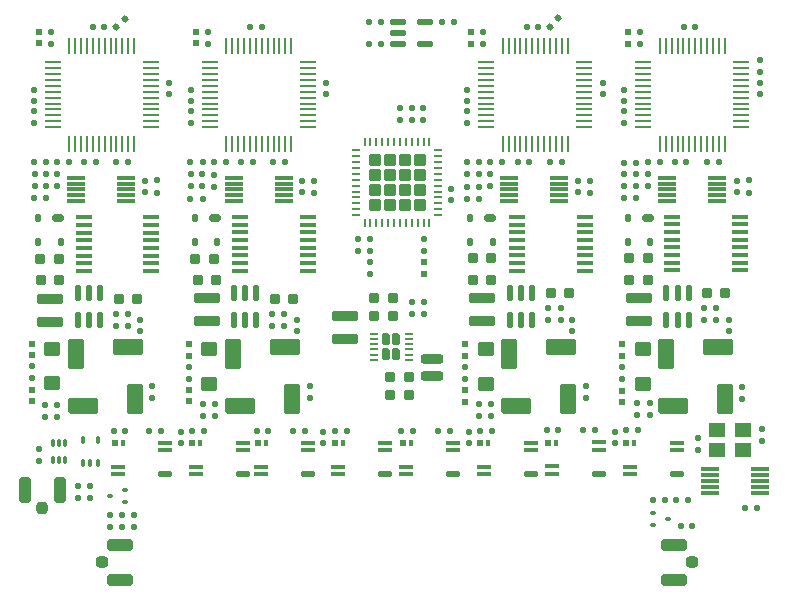
<source format=gtp>
%TF.GenerationSoftware,KiCad,Pcbnew,9.0.0*%
%TF.CreationDate,2025-04-07T15:36:10+02:00*%
%TF.ProjectId,AES42HAT,41455334-3248-4415-942e-6b696361645f,rev?*%
%TF.SameCoordinates,PX5f5e100PY5f5e100*%
%TF.FileFunction,Paste,Top*%
%TF.FilePolarity,Positive*%
%FSLAX46Y46*%
G04 Gerber Fmt 4.6, Leading zero omitted, Abs format (unit mm)*
G04 Created by KiCad (PCBNEW 9.0.0) date 2025-04-07 15:36:10*
%MOMM*%
%LPD*%
G01*
G04 APERTURE LIST*
G04 Aperture macros list*
%AMRoundRect*
0 Rectangle with rounded corners*
0 $1 Rounding radius*
0 $2 $3 $4 $5 $6 $7 $8 $9 X,Y pos of 4 corners*
0 Add a 4 corners polygon primitive as box body*
4,1,4,$2,$3,$4,$5,$6,$7,$8,$9,$2,$3,0*
0 Add four circle primitives for the rounded corners*
1,1,$1+$1,$2,$3*
1,1,$1+$1,$4,$5*
1,1,$1+$1,$6,$7*
1,1,$1+$1,$8,$9*
0 Add four rect primitives between the rounded corners*
20,1,$1+$1,$2,$3,$4,$5,0*
20,1,$1+$1,$4,$5,$6,$7,0*
20,1,$1+$1,$6,$7,$8,$9,0*
20,1,$1+$1,$8,$9,$2,$3,0*%
%AMFreePoly0*
4,1,21,0.477466,1.268166,0.563863,1.230017,0.630017,1.163863,0.668166,1.077466,0.675000,1.018558,0.675000,-1.018558,0.668166,-1.077466,0.630017,-1.163863,0.563863,-1.230017,0.477466,-1.268166,0.418559,-1.275000,-0.418559,-1.275000,-0.477466,-1.268166,-0.563863,-1.230017,-0.630017,-1.163863,-0.668166,-1.077466,-0.675000,-1.018558,-0.675000,1.079644,-0.479644,1.275000,0.418559,1.275000,
0.477466,1.268166,0.477466,1.268166,$1*%
G04 Aperture macros list end*
%ADD10RoundRect,0.122500X0.172500X-0.122500X0.172500X0.122500X-0.172500X0.122500X-0.172500X-0.122500X0*%
%ADD11RoundRect,0.036000X-0.539000X-0.144000X0.539000X-0.144000X0.539000X0.144000X-0.539000X0.144000X0*%
%ADD12RoundRect,0.045000X-0.530000X-0.180000X0.530000X-0.180000X0.530000X0.180000X-0.530000X0.180000X0*%
%ADD13RoundRect,0.040000X-0.160000X-0.185000X0.160000X-0.185000X0.160000X0.185000X-0.160000X0.185000X0*%
%ADD14RoundRect,0.045000X-0.230000X-0.180000X0.230000X-0.180000X0.230000X0.180000X-0.230000X0.180000X0*%
%ADD15RoundRect,0.122500X-0.172500X0.122500X-0.172500X-0.122500X0.172500X-0.122500X0.172500X0.122500X0*%
%ADD16RoundRect,0.127500X0.157500X-0.127500X0.157500X0.127500X-0.157500X0.127500X-0.157500X-0.127500X0*%
%ADD17RoundRect,0.188235X0.936765X-0.211765X0.936765X0.211765X-0.936765X0.211765X-0.936765X-0.211765X0*%
%ADD18RoundRect,0.127500X0.127500X0.157500X-0.127500X0.157500X-0.127500X-0.157500X0.127500X-0.157500X0*%
%ADD19RoundRect,0.135000X-0.160000X0.135000X-0.160000X-0.135000X0.160000X-0.135000X0.160000X0.135000X0*%
%ADD20RoundRect,0.127500X-0.157500X0.127500X-0.157500X-0.127500X0.157500X-0.127500X0.157500X0.127500X0*%
%ADD21RoundRect,0.122500X0.122500X0.172500X-0.122500X0.172500X-0.122500X-0.172500X0.122500X-0.172500X0*%
%ADD22RoundRect,0.212500X0.212500X0.237500X-0.212500X0.237500X-0.212500X-0.237500X0.212500X-0.237500X0*%
%ADD23RoundRect,0.127500X-0.127500X-0.157500X0.127500X-0.157500X0.127500X0.157500X-0.127500X0.157500X0*%
%ADD24RoundRect,0.087500X-0.625000X-0.087500X0.625000X-0.087500X0.625000X0.087500X-0.625000X0.087500X0*%
%ADD25RoundRect,0.122500X-0.122500X-0.172500X0.122500X-0.172500X0.122500X0.172500X-0.122500X0.172500X0*%
%ADD26RoundRect,0.075000X-0.712500X-0.075000X0.712500X-0.075000X0.712500X0.075000X-0.712500X0.075000X0*%
%ADD27RoundRect,0.087500X0.142500X0.087500X-0.142500X0.087500X-0.142500X-0.087500X0.142500X-0.087500X0*%
%ADD28RoundRect,0.212500X-0.212500X-0.237500X0.212500X-0.237500X0.212500X0.237500X-0.212500X0.237500X0*%
%ADD29RoundRect,0.135000X0.160000X-0.135000X0.160000X0.135000X-0.160000X0.135000X-0.160000X-0.135000X0*%
%ADD30FreePoly0,90.000000*%
%ADD31RoundRect,0.192857X0.482143X-1.082143X0.482143X1.082143X-0.482143X1.082143X-0.482143X-1.082143X0*%
%ADD32RoundRect,0.192857X1.082143X-0.482143X1.082143X0.482143X-1.082143X0.482143X-1.082143X-0.482143X0*%
%ADD33RoundRect,0.237500X0.237500X-0.262500X0.237500X0.262500X-0.237500X0.262500X-0.237500X-0.262500X0*%
%ADD34RoundRect,0.238095X0.261905X-0.836905X0.261905X0.836905X-0.261905X0.836905X-0.261905X-0.836905X0*%
%ADD35RoundRect,0.122500X0.035355X-0.208597X0.208597X-0.035355X-0.035355X0.208597X-0.208597X0.035355X0*%
%ADD36RoundRect,0.240385X-0.434615X0.384615X-0.434615X-0.384615X0.434615X-0.384615X0.434615X0.384615X0*%
%ADD37RoundRect,0.172500X0.172500X0.332500X-0.172500X0.332500X-0.172500X-0.332500X0.172500X-0.332500X0*%
%ADD38RoundRect,0.037500X0.337500X0.037500X-0.337500X0.037500X-0.337500X-0.037500X0.337500X-0.037500X0*%
%ADD39RoundRect,0.137500X0.137500X-0.500000X0.137500X0.500000X-0.137500X0.500000X-0.137500X-0.500000X0*%
%ADD40RoundRect,0.188235X-0.936765X0.211765X-0.936765X-0.211765X0.936765X-0.211765X0.936765X0.211765X0*%
%ADD41RoundRect,0.162500X-0.312500X0.162500X-0.312500X-0.162500X0.312500X-0.162500X0.312500X0.162500X0*%
%ADD42RoundRect,0.137500X-0.137500X0.187500X-0.137500X-0.187500X0.137500X-0.187500X0.137500X0.187500X0*%
%ADD43RoundRect,0.062500X-0.650000X-0.062500X0.650000X-0.062500X0.650000X0.062500X-0.650000X0.062500X0*%
%ADD44RoundRect,0.062500X-0.062500X-0.650000X0.062500X-0.650000X0.062500X0.650000X-0.062500X0.650000X0*%
%ADD45RoundRect,0.072500X0.072500X-0.252500X0.072500X0.252500X-0.072500X0.252500X-0.072500X-0.252500X0*%
%ADD46RoundRect,0.137500X-0.500000X-0.137500X0.500000X-0.137500X0.500000X0.137500X-0.500000X0.137500X0*%
%ADD47R,1.350000X1.150000*%
%ADD48RoundRect,0.087500X0.087500X-0.212500X0.087500X0.212500X-0.087500X0.212500X-0.087500X-0.212500X0*%
%ADD49RoundRect,0.237500X0.262500X0.237500X-0.262500X0.237500X-0.262500X-0.237500X0.262500X-0.237500X0*%
%ADD50RoundRect,0.238095X0.836905X0.261905X-0.836905X0.261905X-0.836905X-0.261905X0.836905X-0.261905X0*%
%ADD51RoundRect,0.087500X-0.142500X-0.087500X0.142500X-0.087500X0.142500X0.087500X-0.142500X0.087500X0*%
%ADD52RoundRect,0.188235X-0.736765X0.211765X-0.736765X-0.211765X0.736765X-0.211765X0.736765X0.211765X0*%
%ADD53RoundRect,0.250000X-0.265000X0.265000X-0.265000X-0.265000X0.265000X-0.265000X0.265000X0.265000X0*%
%ADD54RoundRect,0.050000X-0.050000X0.325000X-0.050000X-0.325000X0.050000X-0.325000X0.050000X0.325000X0*%
%ADD55RoundRect,0.050000X-0.325000X0.050000X-0.325000X-0.050000X0.325000X-0.050000X0.325000X0.050000X0*%
%ADD56RoundRect,0.075000X0.712500X0.075000X-0.712500X0.075000X-0.712500X-0.075000X0.712500X-0.075000X0*%
%ADD57RoundRect,0.237500X-0.262500X-0.237500X0.262500X-0.237500X0.262500X0.237500X-0.262500X0.237500X0*%
%ADD58RoundRect,0.238095X-0.836905X-0.261905X0.836905X-0.261905X0.836905X0.261905X-0.836905X0.261905X0*%
G04 APERTURE END LIST*
D10*
%TO.C,R89*%
X-20325000Y-18259999D03*
X-20325000Y-17240001D03*
%TD*%
D11*
%TO.C,T3*%
X-11490000Y-42125000D03*
D12*
X-7510000Y-42080000D03*
D11*
X-11490000Y-41475000D03*
X-7510000Y-40075000D03*
D13*
X-11100000Y-39470000D03*
D14*
X-11800000Y-39470000D03*
D11*
X-7510000Y-39425000D03*
%TD*%
D15*
%TO.C,R92*%
X-3275000Y-22165001D03*
X-3275000Y-23184999D03*
%TD*%
D16*
%TO.C,C31*%
X-6225000Y-39455000D03*
X-6225000Y-38495000D03*
%TD*%
D15*
%TO.C,R51*%
X27050000Y-28015001D03*
X27050000Y-29034999D03*
%TD*%
D17*
%TO.C,L3*%
X-4375000Y-30650000D03*
X-4375000Y-28700000D03*
%TD*%
D15*
%TO.C,R54*%
X19050000Y-33040001D03*
X19050000Y-34059999D03*
%TD*%
%TO.C,R4*%
X1250000Y-11140001D03*
X1250000Y-12159999D03*
%TD*%
D10*
%TO.C,R91*%
X2250000Y-23210000D03*
X2250000Y-22190000D03*
%TD*%
D18*
%TO.C,C22*%
X11180000Y-15675000D03*
X10220000Y-15675000D03*
%TD*%
D19*
%TO.C,D53*%
X19050000Y-31090000D03*
X19050000Y-32060000D03*
%TD*%
D20*
%TO.C,C59*%
X28775000Y-17270000D03*
X28775000Y-18230000D03*
%TD*%
%TO.C,C25*%
X17400000Y-8995000D03*
X17400000Y-9955000D03*
%TD*%
D21*
%TO.C,R41*%
X-16315000Y-38430000D03*
X-17335000Y-38430000D03*
%TD*%
D10*
%TO.C,R59*%
X29800000Y-18259999D03*
X29800000Y-17240001D03*
%TD*%
D22*
%TO.C,C71*%
X-15325000Y-25625000D03*
X-16875000Y-25625000D03*
%TD*%
D23*
%TO.C,C93*%
X24020000Y-46475000D03*
X24980000Y-46475000D03*
%TD*%
%TO.C,C75*%
X-17455000Y-16725000D03*
X-16495000Y-16725000D03*
%TD*%
D15*
%TO.C,R8*%
X1275000Y-27525000D03*
X1275000Y-28545000D03*
%TD*%
D24*
%TO.C,U50*%
X23300000Y-20300000D03*
X23300000Y-20950000D03*
X23300000Y-21600000D03*
X23300000Y-22250000D03*
X23300000Y-22900000D03*
X23300000Y-23550000D03*
X23300000Y-24200000D03*
X23300000Y-24850000D03*
X29025000Y-24850000D03*
X29025000Y-24200000D03*
X29025000Y-23550000D03*
X29025000Y-22900000D03*
X29025000Y-22250000D03*
X29025000Y-21600000D03*
X29025000Y-20950000D03*
X29025000Y-20300000D03*
%TD*%
D15*
%TO.C,R71*%
X-9550000Y-28515001D03*
X-9550000Y-29534999D03*
%TD*%
D25*
%TO.C,R2*%
X-2335000Y-3800000D03*
X-1315000Y-3800000D03*
%TD*%
D26*
%TO.C,U53*%
X22837500Y-17000000D03*
X22837500Y-17500000D03*
X22837500Y-18000000D03*
X22837500Y-18500000D03*
X22837500Y-19000000D03*
X27062500Y-19000000D03*
X27062500Y-18500000D03*
X27062500Y-18000000D03*
X27062500Y-17500000D03*
X27062500Y-17000000D03*
%TD*%
D15*
%TO.C,R67*%
X7900000Y-16715001D03*
X7900000Y-17734999D03*
%TD*%
%TO.C,R12*%
X20600000Y-4665001D03*
X20600000Y-5684999D03*
%TD*%
D20*
%TO.C,C92*%
X30875000Y-38320000D03*
X30875000Y-39280000D03*
%TD*%
D10*
%TO.C,R70*%
X-7400000Y-35684999D03*
X-7400000Y-34665001D03*
%TD*%
D23*
%TO.C,C55*%
X19245000Y-16725000D03*
X20205000Y-16725000D03*
%TD*%
D21*
%TO.C,R21*%
X8060000Y-38425000D03*
X7040000Y-38425000D03*
%TD*%
D24*
%TO.C,U80*%
X-26512500Y-20350000D03*
X-26512500Y-21000000D03*
X-26512500Y-21650000D03*
X-26512500Y-22300000D03*
X-26512500Y-22950000D03*
X-26512500Y-23600000D03*
X-26512500Y-24250000D03*
X-26512500Y-24900000D03*
X-20787500Y-24900000D03*
X-20787500Y-24250000D03*
X-20787500Y-23600000D03*
X-20787500Y-22950000D03*
X-20787500Y-22300000D03*
X-20787500Y-21650000D03*
X-20787500Y-21000000D03*
X-20787500Y-20350000D03*
%TD*%
D11*
%TO.C,T2*%
X785000Y-42125000D03*
D12*
X4765000Y-42080000D03*
D11*
X785000Y-41475000D03*
X4765000Y-40075000D03*
D13*
X1175000Y-39470000D03*
D14*
X475000Y-39470000D03*
D11*
X4765000Y-39425000D03*
%TD*%
D10*
%TO.C,R80*%
X-20775000Y-35684999D03*
X-20775000Y-34665001D03*
%TD*%
D15*
%TO.C,R83*%
X-28750000Y-36240000D03*
X-28750000Y-37260000D03*
%TD*%
%TO.C,R98*%
X-25975000Y-43080001D03*
X-25975000Y-44099999D03*
%TD*%
D20*
%TO.C,C24*%
X5950000Y-11395000D03*
X5950000Y-12355000D03*
%TD*%
D27*
%TO.C,D93*%
X21680001Y-45400000D03*
X21680001Y-46400000D03*
X22970000Y-45900000D03*
%TD*%
D20*
%TO.C,C70*%
X-8500000Y-29020000D03*
X-8500000Y-29980000D03*
%TD*%
D22*
%TO.C,C53*%
X21225000Y-23825000D03*
X19675000Y-23825000D03*
%TD*%
D20*
%TO.C,C44*%
X-19325000Y-8995000D03*
X-19325000Y-9955000D03*
%TD*%
D28*
%TO.C,C72*%
X-10325000Y-27250000D03*
X-8775000Y-27250000D03*
%TD*%
D29*
%TO.C,D42*%
X-30325000Y-5635000D03*
X-30325000Y-4665000D03*
%TD*%
D21*
%TO.C,R31*%
X-4240000Y-38425000D03*
X-5260000Y-38425000D03*
%TD*%
D16*
%TO.C,C46*%
X-30750000Y-10505000D03*
X-30750000Y-9545000D03*
%TD*%
D11*
%TO.C,T5*%
X19700000Y-42125000D03*
D12*
X23680000Y-42080000D03*
D11*
X19700000Y-41475000D03*
X23680000Y-40075000D03*
D13*
X20090000Y-39470000D03*
D14*
X19390000Y-39470000D03*
D11*
X23680000Y-39425000D03*
%TD*%
%TO.C,T8*%
X-17040000Y-42125000D03*
D12*
X-13060000Y-42080000D03*
D11*
X-17040000Y-41475000D03*
X-13060000Y-40075000D03*
D13*
X-16650000Y-39470000D03*
D14*
X-17350000Y-39470000D03*
D11*
X-13060000Y-39425000D03*
%TD*%
%TO.C,T6*%
X7329285Y-42125000D03*
D12*
X11309285Y-42080000D03*
D11*
X7329285Y-41475000D03*
X11309285Y-40075000D03*
D13*
X7719285Y-39470000D03*
D14*
X7019285Y-39470000D03*
D11*
X11309285Y-39425000D03*
%TD*%
D10*
%TO.C,R36*%
X-16450000Y-37160000D03*
X-16450000Y-36140000D03*
%TD*%
D30*
%TO.C,L60*%
X10100000Y-36300000D03*
D31*
X9500000Y-31900000D03*
D32*
X13900000Y-31300000D03*
D31*
X14500000Y-35700000D03*
%TD*%
D16*
%TO.C,C97*%
X-30275000Y-40955000D03*
X-30275000Y-39995000D03*
%TD*%
D15*
%TO.C,R73*%
X-15400000Y-36140000D03*
X-15400000Y-37160000D03*
%TD*%
D28*
%TO.C,C3*%
X-1925000Y-27200000D03*
X-375000Y-27200000D03*
%TD*%
D25*
%TO.C,R44*%
X-23785000Y-15675000D03*
X-22765000Y-15675000D03*
%TD*%
D33*
%TO.C,J98*%
X-30050000Y-44950000D03*
D34*
X-31525000Y-43425000D03*
X-28575000Y-43425000D03*
%TD*%
D25*
%TO.C,R14*%
X26215000Y-15675000D03*
X27235000Y-15675000D03*
%TD*%
D21*
%TO.C,R68*%
X8909999Y-15700000D03*
X7890001Y-15700000D03*
%TD*%
D35*
%TO.C,R25*%
X12914376Y-4235624D03*
X13635624Y-3514376D03*
%TD*%
D20*
%TO.C,C89*%
X-21300000Y-17270000D03*
X-21300000Y-18230000D03*
%TD*%
D22*
%TO.C,C2*%
X975000Y-33875000D03*
X-575000Y-33875000D03*
%TD*%
D25*
%TO.C,R55*%
X19215000Y-18750000D03*
X20235000Y-18750000D03*
%TD*%
D23*
%TO.C,C86*%
X-30680000Y-17725000D03*
X-29720000Y-17725000D03*
%TD*%
D30*
%TO.C,L80*%
X-26600000Y-36300000D03*
D31*
X-27200000Y-31900000D03*
D32*
X-22800000Y-31300000D03*
D31*
X-22200000Y-35700000D03*
%TD*%
D10*
%TO.C,R60*%
X15975000Y-35684999D03*
X15975000Y-34665001D03*
%TD*%
D19*
%TO.C,D63*%
X5750000Y-31090000D03*
X5750000Y-32060000D03*
%TD*%
D18*
%TO.C,C23*%
X11930000Y-4275000D03*
X10970000Y-4275000D03*
%TD*%
D29*
%TO.C,D12*%
X19574999Y-5669999D03*
X19574999Y-4699999D03*
%TD*%
D20*
%TO.C,C14*%
X19250000Y-11395000D03*
X19250000Y-12355000D03*
%TD*%
D11*
%TO.C,T1*%
X13085000Y-42100000D03*
D12*
X17065000Y-42055000D03*
D11*
X13085000Y-41450000D03*
X17065000Y-40050000D03*
D13*
X13475000Y-39445000D03*
D14*
X12775000Y-39445000D03*
D11*
X17065000Y-39400000D03*
%TD*%
D21*
%TO.C,R86*%
X-29690001Y-15700000D03*
X-30709999Y-15700000D03*
%TD*%
D24*
%TO.C,U60*%
X10162500Y-20325000D03*
X10162500Y-20975000D03*
X10162500Y-21625000D03*
X10162500Y-22275000D03*
X10162500Y-22925000D03*
X10162500Y-23575000D03*
X10162500Y-24225000D03*
X10162500Y-24875000D03*
X15887500Y-24875000D03*
X15887500Y-24225000D03*
X15887500Y-23575000D03*
X15887500Y-22925000D03*
X15887500Y-22275000D03*
X15887500Y-21625000D03*
X15887500Y-20975000D03*
X15887500Y-20325000D03*
%TD*%
D25*
%TO.C,R20*%
X3431072Y-38425000D03*
X4451072Y-38425000D03*
%TD*%
D21*
%TO.C,R56*%
X20259999Y-15725000D03*
X19240001Y-15725000D03*
%TD*%
D36*
%TO.C,D82*%
X-29175000Y-31500000D03*
X-29175000Y-34400000D03*
%TD*%
D15*
%TO.C,R42*%
X-29300000Y-4640001D03*
X-29300000Y-5659999D03*
%TD*%
%TO.C,R90*%
X-2250000Y-24125000D03*
X-2250000Y-25144998D03*
%TD*%
D23*
%TO.C,C65*%
X5965000Y-16725000D03*
X6925000Y-16725000D03*
%TD*%
D10*
%TO.C,R52*%
X26000000Y-29034999D03*
X26000000Y-28015001D03*
%TD*%
D26*
%TO.C,U73*%
X-13812500Y-17000000D03*
X-13812500Y-17500000D03*
X-13812500Y-18000000D03*
X-13812500Y-18500000D03*
X-13812500Y-19000000D03*
X-9587500Y-19000000D03*
X-9587500Y-18500000D03*
X-9587500Y-18000000D03*
X-9587500Y-17500000D03*
X-9587500Y-17000000D03*
%TD*%
D30*
%TO.C,L70*%
X-13300000Y-36300000D03*
D31*
X-13900000Y-31900000D03*
D32*
X-9500000Y-31300000D03*
D31*
X-8900000Y-35700000D03*
%TD*%
D23*
%TO.C,C66*%
X5965000Y-17775000D03*
X6925000Y-17775000D03*
%TD*%
D37*
%TO.C,U4*%
X-50000Y-31950000D03*
X-50000Y-30700000D03*
X-900000Y-31950000D03*
X-900000Y-30700000D03*
D38*
X975000Y-32450000D03*
X975000Y-32000000D03*
X975000Y-31550000D03*
X975000Y-31100000D03*
X975000Y-30650000D03*
X975000Y-30200000D03*
X-1925000Y-30200000D03*
X-1925000Y-30650000D03*
X-1925000Y-31100000D03*
X-1925000Y-31550000D03*
X-1925000Y-32000000D03*
X-1925000Y-32450000D03*
%TD*%
D18*
%TO.C,C12*%
X24480000Y-15675000D03*
X23520000Y-15675000D03*
%TD*%
D39*
%TO.C,U71*%
X-13799999Y-29012500D03*
X-12850000Y-29012500D03*
X-11900001Y-29012500D03*
X-11900001Y-26737500D03*
X-12850000Y-26737500D03*
X-13799999Y-26737500D03*
%TD*%
D22*
%TO.C,C61*%
X7975000Y-25625000D03*
X6425000Y-25625000D03*
%TD*%
D10*
%TO.C,R46*%
X-29800000Y-37260000D03*
X-29800000Y-36240000D03*
%TD*%
D20*
%TO.C,C91*%
X25525000Y-39070000D03*
X25525000Y-40030000D03*
%TD*%
D15*
%TO.C,R94*%
X-24300000Y-45565000D03*
X-24300000Y-46585000D03*
%TD*%
D36*
%TO.C,D52*%
X20800000Y-31550000D03*
X20800000Y-34450000D03*
%TD*%
D18*
%TO.C,C13*%
X25230000Y-4275000D03*
X24270000Y-4275000D03*
%TD*%
D40*
%TO.C,L71*%
X-16125000Y-27225000D03*
X-16125000Y-29175000D03*
%TD*%
D25*
%TO.C,R10*%
X15710358Y-38400000D03*
X16730358Y-38400000D03*
%TD*%
%TO.C,R75*%
X-17485000Y-18775000D03*
X-16465000Y-18775000D03*
%TD*%
D29*
%TO.C,D84*%
X-30900000Y-35910000D03*
X-30900000Y-34940000D03*
%TD*%
D41*
%TO.C,U52*%
X21250000Y-20425000D03*
D42*
X19550000Y-20425000D03*
X19550000Y-22425000D03*
X21450000Y-22425000D03*
%TD*%
D28*
%TO.C,C62*%
X13025000Y-26775000D03*
X14575000Y-26775000D03*
%TD*%
D43*
%TO.C,U40*%
X-29162500Y-7225000D03*
X-29162500Y-7725000D03*
X-29162500Y-8225000D03*
X-29162500Y-8725000D03*
X-29162500Y-9225000D03*
X-29162500Y-9725000D03*
X-29162500Y-10225000D03*
X-29162500Y-10725000D03*
X-29162500Y-11225000D03*
X-29162500Y-11725000D03*
X-29162500Y-12225000D03*
X-29162500Y-12725000D03*
D44*
X-27750000Y-14137500D03*
X-27250000Y-14137500D03*
X-26750000Y-14137500D03*
X-26250000Y-14137500D03*
X-25750000Y-14137500D03*
X-25250000Y-14137500D03*
X-24750000Y-14137500D03*
X-24250000Y-14137500D03*
X-23750000Y-14137500D03*
X-23250000Y-14137500D03*
X-22750000Y-14137500D03*
X-22250000Y-14137500D03*
D43*
X-20837500Y-12725000D03*
X-20837500Y-12225000D03*
X-20837500Y-11725000D03*
X-20837500Y-11225000D03*
X-20837500Y-10725000D03*
X-20837500Y-10225000D03*
X-20837500Y-9725000D03*
X-20837500Y-9225000D03*
X-20837500Y-8725000D03*
X-20837500Y-8225000D03*
X-20837500Y-7725000D03*
X-20837500Y-7225000D03*
D44*
X-22250000Y-5812500D03*
X-22750000Y-5812500D03*
X-23250000Y-5812500D03*
X-23750000Y-5812500D03*
X-24250000Y-5812500D03*
X-24750000Y-5812500D03*
X-25250000Y-5812500D03*
X-25750000Y-5812500D03*
X-26250000Y-5812500D03*
X-26750000Y-5812500D03*
X-27250000Y-5812500D03*
X-27750000Y-5812500D03*
%TD*%
D15*
%TO.C,R74*%
X-17625000Y-33015000D03*
X-17625000Y-34035000D03*
%TD*%
D16*
%TO.C,C16*%
X19250000Y-10505000D03*
X19250000Y-9545000D03*
%TD*%
D15*
%TO.C,R87*%
X-28775000Y-16715001D03*
X-28775000Y-17734999D03*
%TD*%
%TO.C,R81*%
X-22775000Y-28515001D03*
X-22775000Y-29534999D03*
%TD*%
D18*
%TO.C,C40*%
X-23020000Y-38425000D03*
X-23980000Y-38425000D03*
%TD*%
D15*
%TO.C,R61*%
X13850000Y-28015001D03*
X13850000Y-29034999D03*
%TD*%
D25*
%TO.C,R1*%
X-2335000Y-5700000D03*
X-1315000Y-5700000D03*
%TD*%
D29*
%TO.C,D22*%
X6275000Y-5660000D03*
X6275000Y-4690000D03*
%TD*%
D20*
%TO.C,C34*%
X-17450000Y-11395000D03*
X-17450000Y-12355000D03*
%TD*%
D16*
%TO.C,C11*%
X18425000Y-39455000D03*
X18425000Y-38495000D03*
%TD*%
D15*
%TO.C,R15*%
X2200000Y-11140001D03*
X2200000Y-12159999D03*
%TD*%
D40*
%TO.C,L51*%
X20450000Y-27225000D03*
X20450000Y-29175000D03*
%TD*%
D25*
%TO.C,R40*%
X-20985000Y-38425000D03*
X-19965000Y-38425000D03*
%TD*%
D29*
%TO.C,D54*%
X19050000Y-36010000D03*
X19050000Y-35040000D03*
%TD*%
D28*
%TO.C,C1*%
X-1925000Y-28750000D03*
X-375000Y-28750000D03*
%TD*%
D21*
%TO.C,R78*%
X-14490001Y-15700000D03*
X-15509999Y-15700000D03*
%TD*%
D18*
%TO.C,C96*%
X30455000Y-44975000D03*
X29495000Y-44975000D03*
%TD*%
%TO.C,C32*%
X-12220000Y-15650000D03*
X-13180000Y-15650000D03*
%TD*%
D29*
%TO.C,D74*%
X-17625000Y-35935000D03*
X-17625000Y-34965000D03*
%TD*%
D15*
%TO.C,R63*%
X8000000Y-36140000D03*
X8000000Y-37160000D03*
%TD*%
D20*
%TO.C,C79*%
X-8050000Y-17270000D03*
X-8050000Y-18230000D03*
%TD*%
D43*
%TO.C,U10*%
X20837500Y-7225000D03*
X20837500Y-7725000D03*
X20837500Y-8225000D03*
X20837500Y-8725000D03*
X20837500Y-9225000D03*
X20837500Y-9725000D03*
X20837500Y-10225000D03*
X20837500Y-10725000D03*
X20837500Y-11225000D03*
X20837500Y-11725000D03*
X20837500Y-12225000D03*
X20837500Y-12725000D03*
D44*
X22250000Y-14137500D03*
X22750000Y-14137500D03*
X23250000Y-14137500D03*
X23750000Y-14137500D03*
X24250000Y-14137500D03*
X24750000Y-14137500D03*
X25250000Y-14137500D03*
X25750000Y-14137500D03*
X26250000Y-14137500D03*
X26750000Y-14137500D03*
X27250000Y-14137500D03*
X27750000Y-14137500D03*
D43*
X29162500Y-12725000D03*
X29162500Y-12225000D03*
X29162500Y-11725000D03*
X29162500Y-11225000D03*
X29162500Y-10725000D03*
X29162500Y-10225000D03*
X29162500Y-9725000D03*
X29162500Y-9225000D03*
X29162500Y-8725000D03*
X29162500Y-8225000D03*
X29162500Y-7725000D03*
X29162500Y-7225000D03*
D44*
X27750000Y-5812500D03*
X27250000Y-5812500D03*
X26750000Y-5812500D03*
X26250000Y-5812500D03*
X25750000Y-5812500D03*
X25250000Y-5812500D03*
X24750000Y-5812500D03*
X24250000Y-5812500D03*
X23750000Y-5812500D03*
X23250000Y-5812500D03*
X22750000Y-5812500D03*
X22250000Y-5812500D03*
%TD*%
D16*
%TO.C,C36*%
X-17450000Y-10505000D03*
X-17450000Y-9545000D03*
%TD*%
D15*
%TO.C,R64*%
X5750000Y-33015001D03*
X5750000Y-34034999D03*
%TD*%
D10*
%TO.C,R72*%
X-10625000Y-29534999D03*
X-10625000Y-28515001D03*
%TD*%
D21*
%TO.C,R58*%
X22234999Y-15675000D03*
X21215001Y-15675000D03*
%TD*%
%TO.C,R76*%
X-16465000Y-15700000D03*
X-17485000Y-15700000D03*
%TD*%
D22*
%TO.C,C51*%
X21225000Y-25625000D03*
X19675000Y-25625000D03*
%TD*%
D45*
%TO.C,U5*%
X-29150000Y-40925000D03*
X-28650000Y-40925000D03*
X-28150000Y-40925000D03*
X-28150000Y-39425000D03*
X-28650000Y-39425000D03*
X-29150000Y-39425000D03*
%TD*%
D21*
%TO.C,R11*%
X20435000Y-38400000D03*
X19415000Y-38400000D03*
%TD*%
D41*
%TO.C,U62*%
X7900000Y-20425000D03*
D42*
X6200000Y-20425000D03*
X6200000Y-22425000D03*
X8100000Y-22425000D03*
%TD*%
D46*
%TO.C,U3*%
X100000Y-3800000D03*
X100000Y-4750000D03*
X100000Y-5700000D03*
X2375000Y-5700000D03*
X2375000Y-3800000D03*
%TD*%
D10*
%TO.C,R62*%
X12800000Y-29034999D03*
X12800000Y-28015001D03*
%TD*%
D23*
%TO.C,C85*%
X-30680000Y-16725000D03*
X-29720000Y-16725000D03*
%TD*%
D36*
%TO.C,D72*%
X-15900000Y-31550000D03*
X-15900000Y-34450000D03*
%TD*%
D29*
%TO.C,D64*%
X5750000Y-35985000D03*
X5750000Y-35015000D03*
%TD*%
D22*
%TO.C,C81*%
X-28587500Y-25650000D03*
X-30137500Y-25650000D03*
%TD*%
%TO.C,C83*%
X-28650000Y-23850000D03*
X-30200000Y-23850000D03*
%TD*%
D21*
%TO.C,R66*%
X6959999Y-15700000D03*
X5940001Y-15700000D03*
%TD*%
D10*
%TO.C,R26*%
X6950000Y-37160000D03*
X6950000Y-36140000D03*
%TD*%
D25*
%TO.C,R85*%
X-30709999Y-18725000D03*
X-29690001Y-18725000D03*
%TD*%
D41*
%TO.C,U82*%
X-28662500Y-20425000D03*
D42*
X-30362500Y-20425000D03*
X-30362500Y-22425000D03*
X-28462500Y-22425000D03*
%TD*%
D22*
%TO.C,C63*%
X7975000Y-23825000D03*
X6425000Y-23825000D03*
%TD*%
D40*
%TO.C,L61*%
X7225000Y-27225000D03*
X7225000Y-29175000D03*
%TD*%
D20*
%TO.C,C69*%
X15350000Y-17295000D03*
X15350000Y-18255000D03*
%TD*%
D21*
%TO.C,R88*%
X-27765001Y-15700000D03*
X-28784999Y-15700000D03*
%TD*%
D18*
%TO.C,C43*%
X-24770000Y-4225000D03*
X-25730000Y-4225000D03*
%TD*%
D26*
%TO.C,U83*%
X-27162500Y-17000000D03*
X-27162500Y-17500000D03*
X-27162500Y-18000000D03*
X-27162500Y-18500000D03*
X-27162500Y-19000000D03*
X-22937500Y-19000000D03*
X-22937500Y-18500000D03*
X-22937500Y-18000000D03*
X-22937500Y-17500000D03*
X-22937500Y-17000000D03*
%TD*%
D15*
%TO.C,R77*%
X-15500000Y-16740001D03*
X-15500000Y-17759999D03*
%TD*%
D18*
%TO.C,C42*%
X-25520000Y-15675000D03*
X-26480000Y-15675000D03*
%TD*%
D30*
%TO.C,L50*%
X23400000Y-36300000D03*
D31*
X22800000Y-31900000D03*
D32*
X27200000Y-31300000D03*
D31*
X27800000Y-35700000D03*
%TD*%
D16*
%TO.C,C26*%
X5950000Y-10505000D03*
X5950000Y-9545000D03*
%TD*%
%TO.C,C41*%
X-18300000Y-39460000D03*
X-18300000Y-38500000D03*
%TD*%
D10*
%TO.C,R9*%
X2325000Y-28545000D03*
X2325000Y-27525000D03*
%TD*%
D11*
%TO.C,T4*%
X-23590000Y-42125000D03*
D12*
X-19610000Y-42080000D03*
D11*
X-23590000Y-41475000D03*
X-19610000Y-40075000D03*
D13*
X-23200000Y-39470000D03*
D14*
X-23900000Y-39470000D03*
D11*
X-19610000Y-39425000D03*
%TD*%
D18*
%TO.C,C20*%
X1321072Y-38425000D03*
X361072Y-38425000D03*
%TD*%
D47*
%TO.C,Y1*%
X29300000Y-38325000D03*
X27100000Y-38325000D03*
X27100000Y-40025000D03*
X29300000Y-40025000D03*
%TD*%
D10*
%TO.C,R16*%
X20350000Y-37110000D03*
X20350000Y-36090000D03*
%TD*%
D20*
%TO.C,C90*%
X-2250000Y-22220000D03*
X-2250000Y-23180000D03*
%TD*%
D15*
%TO.C,R17*%
X30725000Y-7030002D03*
X30725000Y-8050000D03*
%TD*%
D22*
%TO.C,C73*%
X-15512500Y-23925000D03*
X-17062500Y-23925000D03*
%TD*%
D15*
%TO.C,R22*%
X7300000Y-4665001D03*
X7300000Y-5684999D03*
%TD*%
D48*
%TO.C,J1*%
X-25325000Y-39225000D03*
X-26625000Y-39225000D03*
%TD*%
D41*
%TO.C,U72*%
X-15437500Y-20425000D03*
D42*
X-17137500Y-20425000D03*
X-17137500Y-22425000D03*
X-15237500Y-22425000D03*
%TD*%
D15*
%TO.C,R96*%
X-22300000Y-45565000D03*
X-22300000Y-46585000D03*
%TD*%
D18*
%TO.C,C94*%
X24610000Y-44275000D03*
X23650000Y-44275000D03*
%TD*%
D15*
%TO.C,R57*%
X21225000Y-16715001D03*
X21225000Y-17734999D03*
%TD*%
%TO.C,R97*%
X-23300000Y-45565000D03*
X-23300000Y-46585000D03*
%TD*%
D43*
%TO.C,U30*%
X-15862500Y-7225000D03*
X-15862500Y-7725000D03*
X-15862500Y-8225000D03*
X-15862500Y-8725000D03*
X-15862500Y-9225000D03*
X-15862500Y-9725000D03*
X-15862500Y-10225000D03*
X-15862500Y-10725000D03*
X-15862500Y-11225000D03*
X-15862500Y-11725000D03*
X-15862500Y-12225000D03*
X-15862500Y-12725000D03*
D44*
X-14450000Y-14137500D03*
X-13950000Y-14137500D03*
X-13450000Y-14137500D03*
X-12950000Y-14137500D03*
X-12450000Y-14137500D03*
X-11950000Y-14137500D03*
X-11450000Y-14137500D03*
X-10950000Y-14137500D03*
X-10450000Y-14137500D03*
X-9950000Y-14137500D03*
X-9450000Y-14137500D03*
X-8950000Y-14137500D03*
D43*
X-7537500Y-12725000D03*
X-7537500Y-12225000D03*
X-7537500Y-11725000D03*
X-7537500Y-11225000D03*
X-7537500Y-10725000D03*
X-7537500Y-10225000D03*
X-7537500Y-9725000D03*
X-7537500Y-9225000D03*
X-7537500Y-8725000D03*
X-7537500Y-8225000D03*
X-7537500Y-7725000D03*
X-7537500Y-7225000D03*
D44*
X-8950000Y-5812500D03*
X-9450000Y-5812500D03*
X-9950000Y-5812500D03*
X-10450000Y-5812500D03*
X-10950000Y-5812500D03*
X-11450000Y-5812500D03*
X-11950000Y-5812500D03*
X-12450000Y-5812500D03*
X-12950000Y-5812500D03*
X-13450000Y-5812500D03*
X-13950000Y-5812500D03*
X-14450000Y-5812500D03*
%TD*%
D20*
%TO.C,C60*%
X14850000Y-29020000D03*
X14850000Y-29980000D03*
%TD*%
D29*
%TO.C,D91*%
X2250000Y-25142501D03*
X2250000Y-24172501D03*
%TD*%
D23*
%TO.C,C56*%
X19245000Y-17725000D03*
X20205000Y-17725000D03*
%TD*%
D15*
%TO.C,R32*%
X-15975000Y-4640001D03*
X-15975000Y-5659999D03*
%TD*%
D11*
%TO.C,T7*%
X-4965000Y-42125000D03*
D12*
X-985000Y-42080000D03*
D11*
X-4965000Y-41475000D03*
X-985000Y-40075000D03*
D13*
X-4575000Y-39470000D03*
D14*
X-5275000Y-39470000D03*
D11*
X-985000Y-39425000D03*
%TD*%
D39*
%TO.C,U61*%
X9550001Y-29037500D03*
X10500000Y-29037500D03*
X11449999Y-29037500D03*
X11449999Y-26762500D03*
X10500000Y-26762500D03*
X9550001Y-26762500D03*
%TD*%
%TO.C,U51*%
X22800001Y-29037500D03*
X23750000Y-29037500D03*
X24699999Y-29037500D03*
X24699999Y-26762500D03*
X23750000Y-26762500D03*
X22800001Y-26762500D03*
%TD*%
D21*
%TO.C,R3*%
X4809999Y-3800000D03*
X3790001Y-3800000D03*
%TD*%
D49*
%TO.C,J93*%
X24975000Y-49565000D03*
D50*
X23450000Y-51040000D03*
X23450000Y-48090000D03*
%TD*%
D10*
%TO.C,R50*%
X29225000Y-35709999D03*
X29225000Y-34690001D03*
%TD*%
D35*
%TO.C,R45*%
X-23760624Y-4260624D03*
X-23039376Y-3539376D03*
%TD*%
D51*
%TO.C,D94*%
X-23025000Y-44475000D03*
X-23025000Y-43475000D03*
X-24314999Y-43975000D03*
%TD*%
D20*
%TO.C,C95*%
X4600000Y-17965000D03*
X4600000Y-18925000D03*
%TD*%
D10*
%TO.C,R82*%
X-23800000Y-29534999D03*
X-23800000Y-28515001D03*
%TD*%
D28*
%TO.C,C82*%
X-23575000Y-27300000D03*
X-22025000Y-27300000D03*
%TD*%
D39*
%TO.C,U81*%
X-27012499Y-29062500D03*
X-26062500Y-29062500D03*
X-25112501Y-29062500D03*
X-25112501Y-26787500D03*
X-26062500Y-26787500D03*
X-27012499Y-26787500D03*
%TD*%
D25*
%TO.C,R93*%
X21670001Y-44275000D03*
X22689999Y-44275000D03*
%TD*%
D15*
%TO.C,R84*%
X-30900000Y-32965001D03*
X-30900000Y-33984999D03*
%TD*%
D52*
%TO.C,L4*%
X3000000Y-32325001D03*
X3000000Y-33774999D03*
%TD*%
D40*
%TO.C,L81*%
X-29362500Y-27250001D03*
X-29362500Y-29200001D03*
%TD*%
D18*
%TO.C,C10*%
X13650358Y-38400000D03*
X12690358Y-38400000D03*
%TD*%
D20*
%TO.C,C50*%
X28075000Y-29020000D03*
X28075000Y-29980000D03*
%TD*%
D25*
%TO.C,R24*%
X12915000Y-15675000D03*
X13935000Y-15675000D03*
%TD*%
D36*
%TO.C,D62*%
X7500000Y-31550000D03*
X7500000Y-34450000D03*
%TD*%
D19*
%TO.C,D83*%
X-30900000Y-31065000D03*
X-30900000Y-32035000D03*
%TD*%
D10*
%TO.C,R5*%
X225000Y-12159999D03*
X225000Y-11140001D03*
%TD*%
%TO.C,R79*%
X-7025000Y-18284999D03*
X-7025000Y-17265001D03*
%TD*%
D25*
%TO.C,R30*%
X-8820000Y-38425000D03*
X-7800000Y-38425000D03*
%TD*%
D28*
%TO.C,C52*%
X26225000Y-26775000D03*
X27775000Y-26775000D03*
%TD*%
D20*
%TO.C,C35*%
X-6025000Y-8995000D03*
X-6025000Y-9955000D03*
%TD*%
D18*
%TO.C,C30*%
X-10920000Y-38425000D03*
X-11880000Y-38425000D03*
%TD*%
D20*
%TO.C,C80*%
X-21775000Y-29020000D03*
X-21775000Y-29980000D03*
%TD*%
D25*
%TO.C,R34*%
X-10485000Y-15650000D03*
X-9465000Y-15650000D03*
%TD*%
D20*
%TO.C,C15*%
X30725000Y-8995000D03*
X30725000Y-9955000D03*
%TD*%
D19*
%TO.C,D73*%
X-17625000Y-31090000D03*
X-17625000Y-32060000D03*
%TD*%
D15*
%TO.C,R53*%
X21400000Y-36090000D03*
X21400000Y-37110000D03*
%TD*%
D10*
%TO.C,R69*%
X16375000Y-18284999D03*
X16375000Y-17265001D03*
%TD*%
D18*
%TO.C,C33*%
X-11450000Y-4225000D03*
X-12410000Y-4225000D03*
%TD*%
D53*
%TO.C,U1*%
X1905000Y-15520000D03*
X635000Y-15520000D03*
X-635000Y-15520000D03*
X-1905000Y-15520000D03*
X1905000Y-16790000D03*
X635000Y-16790000D03*
X-635000Y-16790000D03*
X-1905000Y-16790000D03*
X1905000Y-18060000D03*
X635000Y-18060000D03*
X-635000Y-18060000D03*
X-1905000Y-18060000D03*
X1905000Y-19330000D03*
X635000Y-19330000D03*
X-635000Y-19330000D03*
X-1905000Y-19330000D03*
D54*
X2750000Y-13975000D03*
X2250000Y-13975000D03*
X1750000Y-13975000D03*
X1250000Y-13975000D03*
X750000Y-13975000D03*
X250000Y-13975000D03*
X-250000Y-13975000D03*
X-750000Y-13975000D03*
X-1250000Y-13975000D03*
X-1750000Y-13975000D03*
X-2250000Y-13975000D03*
X-2750000Y-13975000D03*
D55*
X-3450000Y-14675000D03*
X-3450000Y-15175000D03*
X-3450000Y-15675000D03*
X-3450000Y-16175000D03*
X-3450000Y-16675000D03*
X-3450000Y-17175000D03*
X-3450000Y-17675000D03*
X-3450000Y-18175000D03*
X-3450000Y-18675000D03*
X-3450000Y-19175000D03*
X-3450000Y-19675000D03*
X-3450000Y-20175000D03*
D54*
X-2750000Y-20875000D03*
X-2250000Y-20875000D03*
X-1750000Y-20875000D03*
X-1250000Y-20875000D03*
X-750000Y-20875000D03*
X-250000Y-20875000D03*
X250000Y-20875000D03*
X750000Y-20875000D03*
X1250000Y-20875000D03*
X1750000Y-20875000D03*
X2250000Y-20875000D03*
X2750000Y-20875000D03*
D55*
X3450000Y-20175000D03*
X3450000Y-19675000D03*
X3450000Y-19175000D03*
X3450000Y-18675000D03*
X3450000Y-18175000D03*
X3450000Y-17675000D03*
X3450000Y-17175000D03*
X3450000Y-16675000D03*
X3450000Y-16175000D03*
X3450000Y-15675000D03*
X3450000Y-15175000D03*
X3450000Y-14675000D03*
%TD*%
D24*
%TO.C,U70*%
X-13275000Y-20325000D03*
X-13275000Y-20975000D03*
X-13275000Y-21625000D03*
X-13275000Y-22275000D03*
X-13275000Y-22925000D03*
X-13275000Y-23575000D03*
X-13275000Y-24225000D03*
X-13275000Y-24875000D03*
X-7550000Y-24875000D03*
X-7550000Y-24225000D03*
X-7550000Y-23575000D03*
X-7550000Y-22925000D03*
X-7550000Y-22275000D03*
X-7550000Y-21625000D03*
X-7550000Y-20975000D03*
X-7550000Y-20325000D03*
%TD*%
D26*
%TO.C,U63*%
X9512500Y-17000000D03*
X9512500Y-17500000D03*
X9512500Y-18000000D03*
X9512500Y-18500000D03*
X9512500Y-19000000D03*
X13737500Y-19000000D03*
X13737500Y-18500000D03*
X13737500Y-18000000D03*
X13737500Y-17500000D03*
X13737500Y-17000000D03*
%TD*%
D48*
%TO.C,U6*%
X-26625000Y-41125000D03*
X-25975000Y-41125000D03*
X-25325000Y-41125000D03*
X-25325000Y-39225000D03*
X-26625000Y-39225000D03*
%TD*%
D23*
%TO.C,C76*%
X-17455000Y-17750000D03*
X-16495000Y-17750000D03*
%TD*%
D22*
%TO.C,C4*%
X975000Y-35425000D03*
X-575000Y-35425000D03*
%TD*%
D10*
%TO.C,R99*%
X-26975000Y-44109999D03*
X-26975000Y-43090001D03*
%TD*%
D20*
%TO.C,C45*%
X-30750000Y-11395000D03*
X-30750000Y-12355000D03*
%TD*%
D29*
%TO.C,D32*%
X-17000000Y-5635000D03*
X-17000000Y-4665000D03*
%TD*%
D43*
%TO.C,U20*%
X7537500Y-7225000D03*
X7537500Y-7725000D03*
X7537500Y-8225000D03*
X7537500Y-8725000D03*
X7537500Y-9225000D03*
X7537500Y-9725000D03*
X7537500Y-10225000D03*
X7537500Y-10725000D03*
X7537500Y-11225000D03*
X7537500Y-11725000D03*
X7537500Y-12225000D03*
X7537500Y-12725000D03*
D44*
X8950000Y-14137500D03*
X9450000Y-14137500D03*
X9950000Y-14137500D03*
X10450000Y-14137500D03*
X10950000Y-14137500D03*
X11450000Y-14137500D03*
X11950000Y-14137500D03*
X12450000Y-14137500D03*
X12950000Y-14137500D03*
X13450000Y-14137500D03*
X13950000Y-14137500D03*
X14450000Y-14137500D03*
D43*
X15862500Y-12725000D03*
X15862500Y-12225000D03*
X15862500Y-11725000D03*
X15862500Y-11225000D03*
X15862500Y-10725000D03*
X15862500Y-10225000D03*
X15862500Y-9725000D03*
X15862500Y-9225000D03*
X15862500Y-8725000D03*
X15862500Y-8225000D03*
X15862500Y-7725000D03*
X15862500Y-7225000D03*
D44*
X14450000Y-5812500D03*
X13950000Y-5812500D03*
X13450000Y-5812500D03*
X12950000Y-5812500D03*
X12450000Y-5812500D03*
X11950000Y-5812500D03*
X11450000Y-5812500D03*
X10950000Y-5812500D03*
X10450000Y-5812500D03*
X9950000Y-5812500D03*
X9450000Y-5812500D03*
X8950000Y-5812500D03*
%TD*%
D16*
%TO.C,C21*%
X6075000Y-39455000D03*
X6075000Y-38495000D03*
%TD*%
D56*
%TO.C,U2*%
X30700000Y-43700000D03*
X30700000Y-43200000D03*
X30700000Y-42700000D03*
X30700000Y-42200000D03*
X30700000Y-41700000D03*
X26475000Y-41700000D03*
X26475000Y-42200000D03*
X26475000Y-42700000D03*
X26475000Y-43200000D03*
X26475000Y-43700000D03*
%TD*%
D57*
%TO.C,J94*%
X-24950000Y-49575000D03*
D58*
X-23425000Y-48100000D03*
X-23425000Y-51050000D03*
%TD*%
D25*
%TO.C,R65*%
X5930000Y-18800000D03*
X6950000Y-18800000D03*
%TD*%
M02*

</source>
